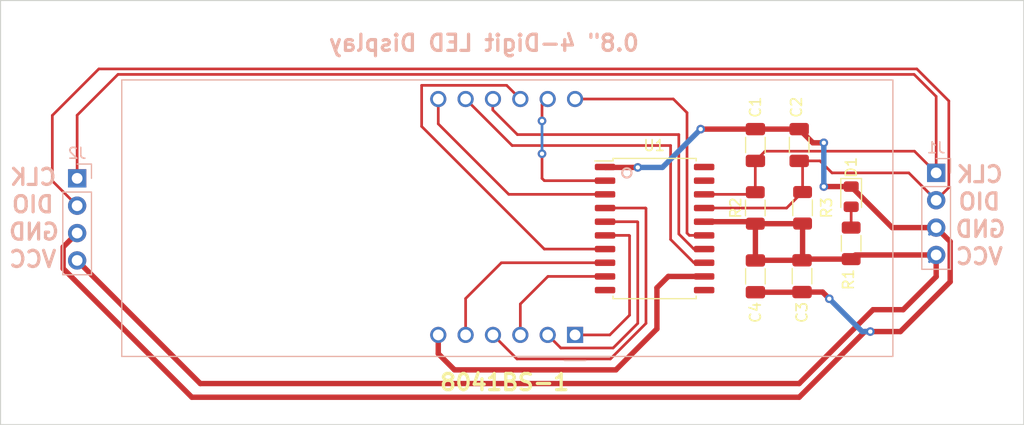
<source format=kicad_pcb>
(kicad_pcb (version 20221018) (generator pcbnew)
  (layers (0 "F.Cu" signal) (31 "B.Cu" signal) (34 "B.Paste" user) (35 "F.Paste" user) (36 "B.SilkS" user "B.Silkscreen") (37 "F.SilkS" user "F.Silkscreen") (38 "B.Mask" user) (39 "F.Mask" user) (44 "Edge.Cuts" user))
  (net 0 "")
  (net 1 "Net-(J1-Pin_1)")
  (net 2 "GNDREF")
  (net 3 "Net-(J1-Pin_2)")
  (net 4 "VCC")
  (net 5 "Net-(D1-A)")
  (net 6 "Net-(U1-SEG1{slash}KS1)")
  (net 7 "Net-(U1-SEG2{slash}KS2)")
  (net 8 "Net-(U1-SEG3{slash}KS3)")
  (net 9 "Net-(U1-SEG4{slash}KS4)")
  (net 10 "Net-(U1-SEG5{slash}KS5)")
  (net 11 "Net-(U1-SEG6{slash}KS6)")
  (net 12 "Net-(U1-SEG7{slash}KS7)")
  (net 13 "Net-(U1-SEG8{slash}KS8)")
  (net 16 "Net-(U1-GRID4)")
  (net 17 "Net-(U1-GRID3)")
  (net 18 "Net-(U1-GRID2)")
  (net 19 "Net-(U1-GRID1)")
  (footprint "Capacitor_SMD:C_1206_3216Metric" (layer "F.Cu") (at 196.8605 76.391 -90)
    (fp_text reference "C3" (at 3.365 0.0105 90) (layer "F.SilkS"))
    (fp_text value "1u")
    (fp_line (start -0.711252 -0.91) (end 0.711252 -0.91) (stroke (width 0.12)) (layer "F.SilkS"))
    (fp_line (start -0.711252 0.91) (end 0.711252 0.91) (stroke (width 0.12)) (layer "F.SilkS"))
    (pad "1" smd roundrect (at -1.475 0 270) (size 1.15 1.8) (layers "F.Cu" "F.Paste" "F.Mask") (roundrect_rratio 0.217391) (net 4 "VCC"))
    (pad "2" smd roundrect (at 1.475 0 270) (size 1.15 1.8) (layers "F.Cu" "F.Paste" "F.Mask") (roundrect_rratio 0.217391) (net 2 "GNDREF"))
  )
  (footprint "Capacitor_SMD:C_1206_3216Metric" (layer "F.Cu") (at 196.596 64.213 90)
    (fp_text reference "C2" (at 3.507 -0.254 90) (layer "F.SilkS"))
    (fp_text value "100p")
    (fp_line (start -0.711252 -0.91) (end 0.711252 -0.91) (stroke (width 0.12)) (layer "F.SilkS"))
    (fp_line (start -0.711252 0.91) (end 0.711252 0.91) (stroke (width 0.12)) (layer "F.SilkS"))
    (pad "1" smd roundrect (at -1.475 0 90) (size 1.15 1.8) (layers "F.Cu" "F.Paste" "F.Mask") (roundrect_rratio 0.217391) (net 3 "Net-(J1-Pin_2)"))
    (pad "2" smd roundrect (at 1.475 0 90) (size 1.15 1.8) (layers "F.Cu" "F.Paste" "F.Mask") (roundrect_rratio 0.217391) (net 2 "GNDREF"))
  )
  (footprint "Resistor_SMD:R_1206_3216Metric" (layer "F.Cu") (at 192.5215 70.0565 90)
    (fp_text reference "R2" (at 0 -1.82 90) (layer "F.SilkS"))
    (fp_text value "10k")
    (fp_line (start -0.727064 -0.91) (end 0.727064 -0.91) (stroke (width 0.12)) (layer "F.SilkS"))
    (fp_line (start -0.727064 0.91) (end 0.727064 0.91) (stroke (width 0.12)) (layer "F.SilkS"))
    (pad "1" smd roundrect (at -1.4625 0 90) (size 1.125 1.75) (layers "F.Cu" "F.Paste" "F.Mask") (roundrect_rratio 0.222222) (net 4 "VCC"))
    (pad "2" smd roundrect (at 1.4625 0 90) (size 1.125 1.75) (layers "F.Cu" "F.Paste" "F.Mask") (roundrect_rratio 0.222222) (net 1 "Net-(J1-Pin_1)"))
  )
  (footprint "Capacitor_SMD:C_1206_3216Metric" (layer "F.Cu") (at 192.532 76.405 -90)
    (fp_text reference "C4" (at 3.351 0 90) (layer "F.SilkS"))
    (fp_text value "100u")
    (fp_line (start -0.711252 -0.91) (end 0.711252 -0.91) (stroke (width 0.12)) (layer "F.SilkS"))
    (fp_line (start -0.711252 0.91) (end 0.711252 0.91) (stroke (width 0.12)) (layer "F.SilkS"))
    (pad "1" smd roundrect (at -1.475 0 270) (size 1.15 1.8) (layers "F.Cu" "F.Paste" "F.Mask") (roundrect_rratio 0.217391) (net 4 "VCC"))
    (pad "2" smd roundrect (at 1.475 0 270) (size 1.15 1.8) (layers "F.Cu" "F.Paste" "F.Mask") (roundrect_rratio 0.217391) (net 2 "GNDREF"))
  )
  (footprint "LED_SMD:LED_0805_2012Metric" (layer "F.Cu") (at 201.422 69.0095 -90)
    (fp_text reference "D1" (at -2.7155 0 90) (layer "F.SilkS"))
    (fp_text value "LED" hide)
    (fp_line (start -1.685 -0.96) (end -1.685 0.96) (stroke (width 0.12)) (layer "F.SilkS"))
    (fp_line (start -1.685 0.96) (end 1 0.96) (stroke (width 0.12)) (layer "F.SilkS"))
    (fp_line (start 1 -0.96) (end -1.685 -0.96) (stroke (width 0.12)) (layer "F.SilkS"))
    (pad "1" smd roundrect (at -0.9375 0 270) (size 0.975 1.4) (layers "F.Cu" "F.Paste" "F.Mask") (net 2 "GNDREF"))
    (pad "2" smd roundrect (at 0.9375 0 270) (size 0.975 1.4) (layers "F.Cu" "F.Paste" "F.Mask") (net 5 "Net-(D1-A)"))
  )
  (footprint "Resistor_SMD:R_1206_3216Metric" (layer "F.Cu") (at 196.9115 70.0425 90)
    (fp_text reference "R3" (at 0 2.2245 90) (layer "F.SilkS"))
    (fp_text value "10k")
    (fp_line (start -0.727064 -0.91) (end 0.727064 -0.91) (stroke (width 0.12)) (layer "F.SilkS"))
    (fp_line (start -0.727064 0.91) (end 0.727064 0.91) (stroke (width 0.12)) (layer "F.SilkS"))
    (pad "1" smd roundrect (at -1.4625 0 90) (size 1.125 1.75) (layers "F.Cu" "F.Paste" "F.Mask") (roundrect_rratio 0.222222) (net 4 "VCC"))
    (pad "2" smd roundrect (at 1.4625 0 90) (size 1.125 1.75) (layers "F.Cu" "F.Paste" "F.Mask") (roundrect_rratio 0.222222) (net 3 "Net-(J1-Pin_2)"))
  )
  (footprint "Package_SO:SOP-20_7.5x12.8mm_P1.27mm" (layer "F.Cu") (at 183.171371 71.969161)
    (fp_text reference "U1" (at -0.037371 -7.707161) (layer "F.SilkS"))
    (fp_text value "TM1637" hide)
    (fp_line (start -3.86 -6.51) (end -3.86 -6.275) (stroke (width 0.12)) (layer "F.SilkS"))
    (fp_line (start -3.86 -6.275) (end -5.55 -6.275) (stroke (width 0.12)) (layer "F.SilkS"))
    (fp_line (start -3.86 6.51) (end -3.86 6.275) (stroke (width 0.12)) (layer "F.SilkS"))
    (fp_line (start 0 -6.51) (end -3.86 -6.51) (stroke (width 0.12)) (layer "F.SilkS"))
    (fp_line (start 0 -6.51) (end 3.86 -6.51) (stroke (width 0.12)) (layer "F.SilkS"))
    (fp_line (start 0 6.51) (end -3.86 6.51) (stroke (width 0.12)) (layer "F.SilkS"))
    (fp_line (start 0 6.51) (end 3.86 6.51) (stroke (width 0.12)) (layer "F.SilkS"))
    (fp_line (start 3.86 -6.51) (end 3.86 -6.275) (stroke (width 0.12)) (layer "F.SilkS"))
    (fp_line (start 3.86 6.51) (end 3.86 6.275) (stroke (width 0.12)) (layer "F.SilkS"))
    (pad "1" smd roundrect (at -4.6 -5.715) (size 1.9 0.6) (layers "F.Cu" "F.Paste" "F.Mask") (net 2 "GNDREF"))
    (pad "2" smd roundrect (at -4.6 -4.445) (size 1.9 0.6) (layers "F.Cu" "F.Paste" "F.Mask") (net 6 "Net-(U1-SEG1{slash}KS1)"))
    (pad "3" smd roundrect (at -4.6 -3.175) (size 1.9 0.6) (layers "F.Cu" "F.Paste" "F.Mask") (net 7 "Net-(U1-SEG2{slash}KS2)"))
    (pad "4" smd roundrect (at -4.6 -1.905) (size 1.9 0.6) (layers "F.Cu" "F.Paste" "F.Mask") (net 8 "Net-(U1-SEG3{slash}KS3)"))
    (pad "5" smd roundrect (at -4.6 -0.635) (size 1.9 0.6) (layers "F.Cu" "F.Paste" "F.Mask") (net 9 "Net-(U1-SEG4{slash}KS4)"))
    (pad "6" smd roundrect (at -4.6 0.635) (size 1.9 0.6) (layers "F.Cu" "F.Paste" "F.Mask") (net 10 "Net-(U1-SEG5{slash}KS5)"))
    (pad "7" smd roundrect (at -4.6 1.905) (size 1.9 0.6) (layers "F.Cu" "F.Paste" "F.Mask") (net 11 "Net-(U1-SEG6{slash}KS6)"))
    (pad "8" smd roundrect (at -4.6 3.175) (size 1.9 0.6) (layers "F.Cu" "F.Paste" "F.Mask") (net 12 "Net-(U1-SEG7{slash}KS7)"))
    (pad "9" smd roundrect (at -4.6 4.445) (size 1.9 0.6) (layers "F.Cu" "F.Paste" "F.Mask") (net 13 "Net-(U1-SEG8{slash}KS8)"))
    (pad "10" smd roundrect (at -4.6 5.715) (size 1.9 0.6) (layers "F.Cu" "F.Paste" "F.Mask"))
    (pad "11" smd roundrect (at 4.6 5.715) (size 1.9 0.6) (layers "F.Cu" "F.Paste" "F.Mask"))
    (pad "12" smd roundrect (at 4.6 4.445) (size 1.9 0.6) (layers "F.Cu" "F.Paste" "F.Mask") (net 16 "Net-(U1-GRID4)"))
    (pad "13" smd roundrect (at 4.6 3.175) (size 1.9 0.6) (layers "F.Cu" "F.Paste" "F.Mask") (net 17 "Net-(U1-GRID3)"))
    (pad "14" smd roundrect (at 4.6 1.905) (size 1.9 0.6) (layers "F.Cu" "F.Paste" "F.Mask") (net 18 "Net-(U1-GRID2)"))
    (pad "15" smd roundrect (at 4.6 0.635) (size 1.9 0.6) (layers "F.Cu" "F.Paste" "F.Mask") (net 19 "Net-(U1-GRID1)"))
    (pad "16" smd roundrect (at 4.6 -0.635) (size 1.9 0.6) (layers "F.Cu" "F.Paste" "F.Mask") (net 4 "VCC"))
    (pad "17" smd roundrect (at 4.6 -1.905) (size 1.9 0.6) (layers "F.Cu" "F.Paste" "F.Mask") (net 3 "Net-(J1-Pin_2)"))
    (pad "18" smd roundrect (at 4.6 -3.175) (size 1.9 0.6) (layers "F.Cu" "F.Paste" "F.Mask") (net 1 "Net-(J1-Pin_1)"))
    (pad "19" smd roundrect (at 4.6 -4.445) (size 1.9 0.6) (layers "F.Cu" "F.Paste" "F.Mask"))
    (pad "20" smd roundrect (at 4.6 -5.715) (size 1.9 0.6) (layers "F.Cu" "F.Paste" "F.Mask"))
  )
  (footprint "Resistor_SMD:R_1206_3216Metric" (layer "F.Cu") (at 201.422 73.3445 90)
    (fp_text reference "R1" (at -3.3635 -0.254 90) (layer "F.SilkS"))
    (fp_text value "1k")
    (fp_line (start -0.727064 -0.91) (end 0.727064 -0.91) (stroke (width 0.12)) (layer "F.SilkS"))
    (fp_line (start -0.727064 0.91) (end 0.727064 0.91) (stroke (width 0.12)) (layer "F.SilkS"))
    (pad "1" smd roundrect (at -1.4625 0 90) (size 1.125 1.75) (layers "F.Cu" "F.Paste" "F.Mask") (roundrect_rratio 0.222222) (net 4 "VCC"))
    (pad "2" smd roundrect (at 1.4625 0 90) (size 1.125 1.75) (layers "F.Cu" "F.Paste" "F.Mask") (roundrect_rratio 0.222222) (net 5 "Net-(D1-A)"))
  )
  (footprint "Capacitor_SMD:C_1206_3216Metric" (layer "F.Cu") (at 192.532 64.213 90)
    (fp_text reference "C1" (at 3.507 0 90) (layer "F.SilkS"))
    (fp_text value "100p")
    (fp_line (start -0.711252 -0.91) (end 0.711252 -0.91) (stroke (width 0.12)) (layer "F.SilkS"))
    (fp_line (start -0.711252 0.91) (end 0.711252 0.91) (stroke (width 0.12)) (layer "F.SilkS"))
    (pad "1" smd roundrect (at -1.475 0 90) (size 1.15 1.8) (layers "F.Cu" "F.Paste" "F.Mask") (roundrect_rratio 0.217391) (net 1 "Net-(J1-Pin_1)"))
    (pad "2" smd roundrect (at 1.475 0 90) (size 1.15 1.8) (layers "F.Cu" "F.Paste" "F.Mask") (roundrect_rratio 0.217391) (net 2 "GNDREF"))
  )
  (footprint "MountingHole:MountingHole_3.2mm_M3" (layer "B.Cu") (at 211.60081 85.852 180)
    (fp_text reference "H3" hide)
    (fp_text value "MountingHole" hide)
    (pad "" np_thru_hole circle (at 0 0 180) (size 3.2 3.2) (drill 3.2) (layers "*.Cu" "*.Mask"))
  )
  (footprint "MountingHole:MountingHole_3.2mm_M3" (layer "B.Cu") (at 211.60081 55.88 180)
    (fp_text reference "H1" hide)
    (fp_text value "MountingHole" hide)
    (pad "" np_thru_hole circle (at 0 0 180) (size 3.2 3.2) (drill 3.2) (layers "*.Cu" "*.Mask"))
  )
  (footprint "MountingHole:MountingHole_3.2mm_M3" (layer "B.Cu") (at 127.52681 55.88 180)
    (fp_text reference "H2" hide)
    (fp_text value "MountingHole" hide)
    (pad "" np_thru_hole circle (at 0 0 180) (size 3.2 3.2) (drill 3.2) (layers "*.Cu" "*.Mask"))
  )
  (footprint "my_library:8041AS" (layer "B.Cu") (at 175.78681 81.844 90)
    (fp_text reference "U2" hide)
    (fp_text value "CA56-12SRWA")
    (fp_line (start -2.38 1) (end -2.38 -1) (stroke (width 0.12)) (layer "B.SilkS"))
    (fp_line (start -2 -42.085) (end 23.67 -42.085) (stroke (width 0.12)) (layer "B.SilkS"))
    (fp_line (start -2 29.51) (end -2 -42.085) (stroke (width 0.12)) (layer "B.SilkS"))
    (fp_line (start -2 29.51) (end 23.67 29.51) (stroke (width 0.12)) (layer "B.SilkS"))
    (fp_line (start 23.67 -42.085) (end 23.67 29.51) (stroke (width 0.12)) (layer "B.SilkS"))
    (pad "1" thru_hole rect (at 0 0 90) (size 1.5 1.5) (drill 1) (layers "*.Cu" "*.Mask") (net 10 "Net-(U1-SEG5{slash}KS5)"))
    (pad "2" thru_hole circle (at 0 -2.54 90) (size 1.5 1.5) (drill 1) (layers "*.Cu" "*.Mask") (net 9 "Net-(U1-SEG4{slash}KS4)"))
    (pad "3" thru_hole circle (at 0 -5.08 90) (size 1.5 1.5) (drill 1) (layers "*.Cu" "*.Mask") (net 13 "Net-(U1-SEG8{slash}KS8)"))
    (pad "4" thru_hole circle (at 0 -7.62 90) (size 1.5 1.5) (drill 1) (layers "*.Cu" "*.Mask") (net 8 "Net-(U1-SEG3{slash}KS3)"))
    (pad "5" thru_hole circle (at 0 -10.16 90) (size 1.5 1.5) (drill 1) (layers "*.Cu" "*.Mask") (net 12 "Net-(U1-SEG7{slash}KS7)"))
    (pad "6" thru_hole circle (at 0 -12.7 90) (size 1.5 1.5) (drill 1) (layers "*.Cu" "*.Mask") (net 16 "Net-(U1-GRID4)"))
    (pad "7" thru_hole circle (at 21.9 -12.7 90) (size 1.5 1.5) (drill 1) (layers "*.Cu" "*.Mask") (net 7 "Net-(U1-SEG2{slash}KS2)"))
    (pad "8" thru_hole circle (at 21.9 -10.16 90) (size 1.5 1.5) (drill 1) (layers "*.Cu" "*.Mask") (net 17 "Net-(U1-GRID3)"))
    (pad "9" thru_hole circle (at 21.9 -7.62 90) (size 1.5 1.5) (drill 1) (layers "*.Cu" "*.Mask") (net 18 "Net-(U1-GRID2)"))
    (pad "10" thru_hole circle (at 21.9 -5.08 90) (size 1.5 1.5) (drill 1) (layers "*.Cu" "*.Mask") (net 11 "Net-(U1-SEG6{slash}KS6)"))
    (pad "11" thru_hole circle (at 21.9 -2.54 90) (size 1.5 1.5) (drill 1) (layers "*.Cu" "*.Mask") (net 6 "Net-(U1-SEG1{slash}KS1)"))
    (pad "12" thru_hole circle (at 21.9 0 90) (size 1.5 1.5) (drill 1) (layers "*.Cu" "*.Mask") (net 19 "Net-(U1-GRID1)"))
  )
  (footprint "Connector_PinHeader_2.54mm:PinHeader_1x04_P2.54mm_Vertical" (layer "B.Cu") (at 129.55881 67.31 180)
    (fp_text reference "J2" (at 0 2.33) (layer "B.SilkS") (effects (justify mirror)))
    (fp_text value "Conn_01x04" hide)
    (fp_line (start -1.33 -8.95) (end 1.33 -8.95) (stroke (width 0.12)) (layer "B.SilkS"))
    (fp_line (start -1.33 -1.27) (end -1.33 -8.95) (stroke (width 0.12)) (layer "B.SilkS"))
    (fp_line (start -1.33 -1.27) (end 1.33 -1.27) (stroke (width 0.12)) (layer "B.SilkS"))
    (fp_line (start -1.33 0) (end -1.33 1.33) (stroke (width 0.12)) (layer "B.SilkS"))
    (fp_line (start -1.33 1.33) (end 0 1.33) (stroke (width 0.12)) (layer "B.SilkS"))
    (fp_line (start 1.33 -1.27) (end 1.33 -8.95) (stroke (width 0.12)) (layer "B.SilkS"))
    (pad "1" thru_hole rect (at 0 0 180) (size 1.7 1.7) (drill 1) (layers "*.Cu" "*.Mask") (net 1 "Net-(J1-Pin_1)"))
    (pad "2" thru_hole oval (at 0 -2.54 180) (size 1.7 1.7) (drill 1) (layers "*.Cu" "*.Mask") (net 3 "Net-(J1-Pin_2)"))
    (pad "3" thru_hole oval (at 0 -5.08 180) (size 1.7 1.7) (drill 1) (layers "*.Cu" "*.Mask") (net 2 "GNDREF"))
    (pad "4" thru_hole oval (at 0 -7.62 180) (size 1.7 1.7) (drill 1) (layers "*.Cu" "*.Mask") (net 4 "VCC"))
  )
  (footprint "Connector_PinHeader_2.54mm:PinHeader_1x04_P2.54mm_Vertical" (layer "B.Cu") (at 209.31481 66.802 180)
    (fp_text reference "J1" (at 0 2.33) (layer "B.SilkS") (effects (justify mirror)))
    (fp_text value "Conn_01x04" hide)
    (fp_line (start -1.33 -8.95) (end 1.33 -8.95) (stroke (width 0.12)) (layer "B.SilkS"))
    (fp_line (start -1.33 -1.27) (end -1.33 -8.95) (stroke (width 0.12)) (layer "B.SilkS"))
    (fp_line (start -1.33 -1.27) (end 1.33 -1.27) (stroke (width 0.12)) (layer "B.SilkS"))
    (fp_line (start -1.33 0) (end -1.33 1.33) (stroke (width 0.12)) (layer "B.SilkS"))
    (fp_line (start -1.33 1.33) (end 0 1.33) (stroke (width 0.12)) (layer "B.SilkS"))
    (fp_line (start 1.33 -1.27) (end 1.33 -8.95) (stroke (width 0.12)) (layer "B.SilkS"))
    (pad "1" thru_hole rect (at 0 0 180) (size 1.7 1.7) (drill 1) (layers "*.Cu" "*.Mask") (net 1 "Net-(J1-Pin_1)"))
    (pad "2" thru_hole oval (at 0 -2.54 180) (size 1.7 1.7) (drill 1) (layers "*.Cu" "*.Mask") (net 3 "Net-(J1-Pin_2)"))
    (pad "3" thru_hole oval (at 0 -5.08 180) (size 1.7 1.7) (drill 1) (layers "*.Cu" "*.Mask") (net 2 "GNDREF"))
    (pad "4" thru_hole oval (at 0 -7.62 180) (size 1.7 1.7) (drill 1) (layers "*.Cu" "*.Mask") (net 4 "VCC"))
  )
  (footprint "MountingHole:MountingHole_3.2mm_M3" (layer "B.Cu") (at 127.52681 85.852 180)
    (fp_text reference "H4" hide)
    (fp_text value "MountingHole" hide)
    (pad "" np_thru_hole circle (at 0 0 180) (size 3.2 3.2) (drill 3.2) (layers "*.Cu" "*.Mask"))
  )
  (gr_circle (center 180.594 66.802) (end 181.027322 66.802) (stroke (width 0.2)) (fill none) (layer "B.SilkS"))
  (gr_line (start 122.44681 50.8) (end 217.44281 50.8) (stroke (width 0.1)) (layer "Edge.Cuts"))
  (gr_line (start 122.44681 90.17) (end 217.44281 90.17) (stroke (width 0.1)) (layer "Edge.Cuts"))
  (gr_line (start 217.44281 90.17) (end 217.44281 50.8) (stroke (width 0.1)) (layer "Edge.Cuts"))
  (gr_line (start 122.44681 90.17) (end 122.44681 50.8) (stroke (width 0.1)) (layer "Edge.Cuts"))
  (gr_text "CLK" (at 127.78081 68.072) (layer "B.SilkS") (effects (font (size 1.5 1.5) (thickness 0.3) bold) (justify left bottom mirror)))
  (gr_text "GND" (at 215.91881 72.898) (layer "B.SilkS") (effects (font (size 1.5 1.5) (thickness 0.3) bold) (justify left bottom mirror)))
  (gr_text "VCC" (at 127.78081 75.692) (layer "B.SilkS") (effects (font (size 1.5 1.5) (thickness 0.3) bold) (justify left bottom mirror)))
  (gr_text "CLK" (at 215.66481 67.818) (layer "B.SilkS") (effects (font (size 1.5 1.5) (thickness 0.3) bold) (justify left bottom mirror)))
  (gr_text "GND" (at 128.03481 73.152) (layer "B.SilkS") (effects (font (size 1.5 1.5) (thickness 0.3) bold) (justify left bottom mirror)))
  (gr_text "0.8{dblquote} 4-Digit LED Display" (at 181.88281 55.626) (layer "B.SilkS") (effects (font (size 1.5 1.5) (thickness 0.3) bold) (justify left bottom mirror)))
  (gr_text "DIO" (at 127.52681 70.612) (layer "B.SilkS") (effects (font (size 1.5 1.5) (thickness 0.3) bold) (justify left bottom mirror)))
  (gr_text "DIO" (at 215.41081 70.358) (layer "B.SilkS") (effects (font (size 1.5 1.5) (thickness 0.3) bold) (justify left bottom mirror)))
  (gr_text "VCC" (at 215.66481 75.438) (layer "B.SilkS") (effects (font (size 1.5 1.5) (thickness 0.3) bold) (justify left bottom mirror)))
  (gr_text "8041BS-1" (at 163.08681 87.122) (layer "F.SilkS") (effects (font (size 1.5 1.5) (thickness 0.3) bold) (justify left bottom)))
  (segment (start 207.264 57.658) (end 133.35 57.658) (width 0.25) (layer "F.Cu") (net 1))
  (segment (start 209.31481 59.70881) (end 207.264 57.658) (width 0.25) (layer "F.Cu") (net 1))
  (segment (start 207.30081 64.788) (end 193.432 64.788) (width 0.25) (layer "F.Cu") (net 1))
  (segment (start 129.55881 61.44919) (end 129.55881 67.31) (width 0.25) (layer "F.Cu") (net 1))
  (segment (start 192.532 65.688) (end 192.532 65.739118) (width 0.25) (layer "F.Cu") (net 1))
  (segment (start 133.35 57.658) (end 129.55881 61.44919) (width 0.25) (layer "F.Cu") (net 1))
  (segment (start 192.5215 65.6985) (end 192.532 65.688) (width 0.25) (layer "F.Cu") (net 1))
  (segment (start 192.321339 68.794161) (end 192.5215 68.594) (width 0.25) (layer "F.Cu") (net 1))
  (segment (start 209.31481 66.802) (end 209.31481 59.70881) (width 0.25) (layer "F.Cu") (net 1))
  (segment (start 209.31481 66.802) (end 207.30081 64.788) (width 0.25) (layer "F.Cu") (net 1))
  (segment (start 192.5215 68.594) (end 192.5215 65.6985) (width 0.25) (layer "F.Cu") (net 1))
  (segment (start 193.432 64.788) (end 192.532 65.688) (width 0.25) (layer "F.Cu") (net 1))
  (segment (start 187.771371 68.794161) (end 192.321339 68.794161) (width 0.25) (layer "F.Cu") (net 1))
  (segment (start 210.61481 76.91319) (end 205.994 81.534) (width 0.5) (layer "F.Cu") (net 2))
  (segment (start 181.61 66.294) (end 178.61121 66.294) (width 0.5) (layer "F.Cu") (net 2))
  (segment (start 198.882 64.008) (end 198.882 64.213) (width 0.5) (layer "F.Cu") (net 2))
  (segment (start 205.232 71.882) (end 201.422 68.072) (width 0.5) (layer "F.Cu") (net 2))
  (segment (start 209.31481 71.882) (end 210.61481 73.182) (width 0.5) (layer "F.Cu") (net 2))
  (segment (start 192.532 62.738) (end 196.596 62.738) (width 0.5) (layer "F.Cu") (net 2))
  (segment (start 201.592 68.072) (end 201.422 68.072) (width 0.25) (layer "F.Cu") (net 2))
  (segment (start 198.77 77.866) (end 199.39 78.486) (width 0.5) (layer "F.Cu") (net 2))
  (segment (start 192.532 77.88) (end 196.8465 77.88) (width 0.5) (layer "F.Cu") (net 2))
  (segment (start 192.518 77.866) (end 192.532 77.88) (width 0.25) (layer "F.Cu") (net 2))
  (segment (start 128.25881 75.68081) (end 128.25881 73.69) (width 0.5) (layer "F.Cu") (net 2))
  (segment (start 196.8465 77.88) (end 196.8605 77.866) (width 0.25) (layer "F.Cu") (net 2))
  (segment (start 196.596 87.63) (end 140.208 87.63) (width 0.5) (layer "F.Cu") (net 2))
  (segment (start 210.61481 73.182) (end 210.61481 76.91319) (width 0.5) (layer "F.Cu") (net 2))
  (segment (start 196.596 62.738) (end 197.866 64.008) (width 0.5) (layer "F.Cu") (net 2))
  (segment (start 209.31481 71.882) (end 205.232 71.882) (width 0.5) (layer "F.Cu") (net 2))
  (segment (start 178.61121 66.294) (end 178.571371 66.254161) (width 0.5) (layer "F.Cu") (net 2))
  (segment (start 128.25881 73.69) (end 129.55881 72.39) (width 0.5) (layer "F.Cu") (net 2))
  (segment (start 140.208 87.63) (end 128.25881 75.68081) (width 0.5) (layer "F.Cu") (net 2))
  (segment (start 202.692 81.534) (end 196.596 87.63) (width 0.5) (layer "F.Cu") (net 2))
  (segment (start 203.2 81.534) (end 202.692 81.534) (width 0.5) (layer "F.Cu") (net 2))
  (segment (start 192.786 78.134) (end 192.532 77.88) (width 0.4) (layer "F.Cu") (net 2))
  (segment (start 205.994 81.534) (end 203.2 81.534) (width 0.5) (layer "F.Cu") (net 2))
  (segment (start 196.8605 77.866) (end 198.77 77.866) (width 0.5) (layer "F.Cu") (net 2))
  (segment (start 192.532 62.738) (end 187.452 62.738) (width 0.5) (layer "F.Cu") (net 2))
  (segment (start 197.866 64.008) (end 198.882 64.008) (width 0.5) (layer "F.Cu") (net 2))
  (segment (start 198.882 68.072) (end 201.422 68.072) (width 0.5) (layer "F.Cu") (net 2))
  (via (at 198.882 64.008) (size 0.8) (drill 0.4) (layers "F.Cu" "B.Cu") (net 2))
  (via (at 199.39 78.486) (size 0.8) (drill 0.4) (layers "F.Cu" "B.Cu") (net 2))
  (via (at 198.882 68.072) (size 0.8) (drill 0.4) (layers "F.Cu" "B.Cu") (net 2))
  (via (at 203.2 81.534) (size 0.8) (drill 0.4) (layers "F.Cu" "B.Cu") (net 2))
  (via (at 181.61 66.294) (size 0.8) (drill 0.4) (layers "F.Cu" "B.Cu") (net 2))
  (via (at 187.452 62.738) (size 0.8) (drill 0.4) (layers "F.Cu" "B.Cu") (net 2))
  (segment (start 198.882 64.008) (end 198.882 68.072) (width 0.5) (layer "B.Cu") (net 2))
  (segment (start 187.452 62.738) (end 183.896 66.294) (width 0.5) (layer "B.Cu") (net 2))
  (segment (start 208.68981 72.507) (end 209.31481 71.882) (width 0.25) (layer "B.Cu") (net 2))
  (segment (start 202.438 81.534) (end 199.39 78.486) (width 0.5) (layer "B.Cu") (net 2))
  (segment (start 183.896 66.294) (end 181.61 66.294) (width 0.5) (layer "B.Cu") (net 2))
  (segment (start 203.2 81.534) (end 202.438 81.534) (width 0.5) (layer "B.Cu") (net 2))
  (segment (start 208.80681 72.39) (end 209.31481 71.882) (width 0.25) (layer "B.Cu") (net 2))
  (segment (start 209.31481 69.342) (end 210.48981 68.167) (width 0.25) (layer "F.Cu") (net 3))
  (segment (start 210.48981 60.12181) (end 207.518 57.15) (width 0.25) (layer "F.Cu") (net 3))
  (segment (start 207.518 57.15) (end 131.572 57.15) (width 0.25) (layer "F.Cu") (net 3))
  (segment (start 196.596 65.688) (end 198.53 65.688) (width 0.25) (layer "F.Cu") (net 3))
  (segment (start 131.572 57.15) (end 127.254 61.468) (width 0.25) (layer "F.Cu") (net 3))
  (segment (start 195.427339 70.064161) (end 196.9115 68.58) (width 0.25) (layer "F.Cu") (net 3))
  (segment (start 127.254 67.54519) (end 129.55881 69.85) (width 0.25) (layer "F.Cu") (net 3))
  (segment (start 187.771371 70.064161) (end 195.427339 70.064161) (width 0.25) (layer "F.Cu") (net 3))
  (segment (start 199.644 66.802) (end 206.77481 66.802) (width 0.25) (layer "F.Cu") (net 3))
  (segment (start 198.53 65.688) (end 199.644 66.802) (width 0.25) (layer "F.Cu") (net 3))
  (segment (start 196.9115 68.58) (end 196.9115 66.0035) (width 0.25) (layer "F.Cu") (net 3))
  (segment (start 127.254 61.468) (end 127.254 67.54519) (width 0.25) (layer "F.Cu") (net 3))
  (segment (start 206.77481 66.802) (end 209.31481 69.342) (width 0.25) (layer "F.Cu") (net 3))
  (segment (start 196.9115 66.0035) (end 196.596 65.688) (width 0.25) (layer "F.Cu") (net 3))
  (segment (start 210.48981 68.167) (end 210.48981 60.12181) (width 0.25) (layer "F.Cu") (net 3))
  (segment (start 208.66981 68.697) (end 209.31481 69.342) (width 0.25) (layer "B.Cu") (net 3))
  (segment (start 192.532 74.93) (end 193.439 74.93) (width 0.25) (layer "F.Cu") (net 4))
  (segment (start 140.98881 86.36) (end 129.55881 74.93) (width 0.5) (layer "F.Cu") (net 4))
  (segment (start 196.9115 74.865) (end 196.8605 74.916) (width 0.25) (layer "F.Cu") (net 4))
  (segment (start 196.9695 74.807) (end 196.8605 74.916) (width 0.25) (layer "F.Cu") (net 4))
  (segment (start 206.248 79.502) (end 203.454 79.502) (width 0.5) (layer "F.Cu") (net 4))
  (segment (start 201.422 74.807) (end 196.9695 74.807) (width 0.5) (layer "F.Cu") (net 4))
  (segment (start 203.454 79.502) (end 196.596 86.36) (width 0.5) (layer "F.Cu") (net 4))
  (segment (start 192.518 74.916) (end 192.532 74.93) (width 0.25) (layer "F.Cu") (net 4))
  (segment (start 192.532 71.5295) (end 192.5215 71.519) (width 0.25) (layer "F.Cu") (net 4))
  (segment (start 196.9115 71.505) (end 196.9115 74.865) (width 0.5) (layer "F.Cu") (net 4))
  (segment (start 192.336661 71.334161) (end 187.771371 71.334161) (width 0.5) (layer "F.Cu") (net 4))
  (segment (start 196.8605 74.916) (end 192.546 74.916) (width 0.5) (layer "F.Cu") (net 4))
  (segment (start 196.596 86.36) (end 140.98881 86.36) (width 0.5) (layer "F.Cu") (net 4))
  (segment (start 209.31481 74.422) (end 201.807 74.422) (width 0.5) (layer "F.Cu") (net 4))
  (segment (start 209.31481 74.422) (end 209.31481 76.43519) (width 0.5) (layer "F.Cu") (net 4))
  (segment (start 196.9255 71.519) (end 196.9115 71.505) (width 0.25) (layer "F.Cu") (net 4))
  (segment (start 196.8975 71.519) (end 196.9115 71.505) (width 0.25) (layer "F.Cu") (net 4))
  (segment (start 192.532 71.5295) (end 192.336661 71.334161) (width 0.25) (layer "F.Cu") (net 4))
  (segment (start 192.532 74.93) (end 192.532 71.5295) (width 0.5) (layer "F.Cu") (net 4))
  (segment (start 209.31481 76.43519) (end 206.248 79.502) (width 0.5) (layer "F.Cu") (net 4))
  (segment (start 192.5215 71.519) (end 196.8975 71.519) (width 0.5) (layer "F.Cu") (net 4))
  (segment (start 201.807 74.422) (end 201.422 74.807) (width 0.25) (layer "F.Cu") (net 4))
  (segment (start 192.546 74.916) (end 192.532 74.93) (width 0.25) (layer "F.Cu") (net 4))
  (segment (start 208.68981 75.047) (end 209.31481 74.422) (width 0.25) (layer "B.Cu") (net 4))
  (segment (start 201.422 69.947) (end 201.422 71.882) (width 0.25) (layer "F.Cu") (net 5))
  (segment (start 172.72 67.31) (end 172.72 65.024) (width 0.25) (layer "F.Cu") (net 6))
  (segment (start 172.72 60.47081) (end 173.24681 59.944) (width 0.25) (layer "F.Cu") (net 6))
  (segment (start 172.934161 67.524161) (end 172.72 67.31) (width 0.25) (layer "F.Cu") (net 6))
  (segment (start 178.571371 67.524161) (end 172.934161 67.524161) (width 0.25) (layer "F.Cu") (net 6))
  (segment (start 172.72 61.976) (end 172.72 60.47081) (width 0.25) (layer "F.Cu") (net 6))
  (via (at 172.72 65.024) (size 0.8) (drill 0.4) (layers "F.Cu" "B.Cu") (net 6))
  (via (at 172.72 61.976) (size 0.8) (drill 0.4) (layers "F.Cu" "B.Cu") (net 6))
  (segment (start 172.72 62.23) (end 172.72 61.976) (width 0.25) (layer "B.Cu") (net 6))
  (segment (start 172.974 61.976) (end 172.974 61.976) (width 0.25) (layer "B.Cu") (net 6))
  (segment (start 172.72 61.976) (end 172.974 61.976) (width 0.25) (layer "B.Cu") (net 6))
  (segment (start 172.72 62.23) (end 172.72 62.23) (width 0.25) (layer "B.Cu") (net 6))
  (segment (start 172.72 65.024) (end 172.72 62.23) (width 0.25) (layer "B.Cu") (net 6))
  (segment (start 163.08681 62.24881) (end 169.632161 68.794161) (width 0.25) (layer "F.Cu") (net 7))
  (segment (start 169.632161 68.794161) (end 178.571371 68.794161) (width 0.25) (layer "F.Cu") (net 7))
  (segment (start 163.08681 59.944) (end 163.08681 62.24881) (width 0.25) (layer "F.Cu") (net 7))
  (segment (start 182.332161 70.064161) (end 182.372 70.104) (width 0.25) (layer "F.Cu") (net 8))
  (segment (start 182.372 70.104) (end 182.372 80.772) (width 0.25) (layer "F.Cu") (net 8))
  (segment (start 179.07 84.074) (end 170.39681 84.074) (width 0.25) (layer "F.Cu") (net 8))
  (segment (start 170.39681 84.074) (end 168.16681 81.844) (width 0.25) (layer "F.Cu") (net 8))
  (segment (start 182.372 80.772) (end 179.07 84.074) (width 0.25) (layer "F.Cu") (net 8))
  (segment (start 178.571371 70.064161) (end 182.332161 70.064161) (width 0.25) (layer "F.Cu") (net 8))
  (segment (start 179.324 83.058) (end 174.46081 83.058) (width 0.25) (layer "F.Cu") (net 9))
  (segment (start 181.570161 71.334161) (end 181.61 71.374) (width 0.25) (layer "F.Cu") (net 9))
  (segment (start 181.61 71.374) (end 181.61 80.772) (width 0.25) (layer "F.Cu") (net 9))
  (segment (start 174.46081 83.058) (end 173.24681 81.844) (width 0.25) (layer "F.Cu") (net 9))
  (segment (start 181.61 80.772) (end 179.324 83.058) (width 0.25) (layer "F.Cu") (net 9))
  (segment (start 178.571371 71.334161) (end 181.570161 71.334161) (width 0.25) (layer "F.Cu") (net 9))
  (segment (start 180.848 80.01) (end 179.014 81.844) (width 0.25) (layer "F.Cu") (net 10))
  (segment (start 180.808161 72.604161) (end 180.848 72.644) (width 0.25) (layer "F.Cu") (net 10))
  (segment (start 179.014 81.844) (end 175.78681 81.844) (width 0.25) (layer "F.Cu") (net 10))
  (segment (start 180.848 72.644) (end 180.848 80.01) (width 0.25) (layer "F.Cu") (net 10))
  (segment (start 178.571371 72.604161) (end 180.808161 72.604161) (width 0.25) (layer "F.Cu") (net 10))
  (segment (start 161.544 58.674) (end 161.544 62.484) (width 0.25) (layer "F.Cu") (net 11))
  (segment (start 169.43681 58.674) (end 161.544 58.674) (width 0.25) (layer "F.Cu") (net 11))
  (segment (start 161.544 62.484) (end 172.934161 73.874161) (width 0.25) (layer "F.Cu") (net 11))
  (segment (start 170.70681 59.944) (end 169.43681 58.674) (width 0.25) (layer "F.Cu") (net 11))
  (segment (start 172.934161 73.874161) (end 178.571371 73.874161) (width 0.25) (layer "F.Cu") (net 11))
  (segment (start 168.949839 75.144161) (end 165.62681 78.46719) (width 0.25) (layer "F.Cu") (net 12))
  (segment (start 165.62681 78.46719) (end 165.62681 81.844) (width 0.25) (layer "F.Cu") (net 12))
  (segment (start 178.571371 75.144161) (end 168.949839 75.144161) (width 0.25) (layer "F.Cu") (net 12))
  (segment (start 178.571371 76.414161) (end 173.267839 76.414161) (width 0.25) (layer "F.Cu") (net 13))
  (segment (start 173.267839 76.414161) (end 170.70681 78.97519) (width 0.25) (layer "F.Cu") (net 13))
  (segment (start 170.70681 78.97519) (end 170.70681 81.844) (width 0.25) (layer "F.Cu") (net 13))
  (segment (start 164.592 85.09) (end 179.578 85.09) (width 0.5) (layer "F.Cu") (net 16))
  (segment (start 184.443839 76.414161) (end 187.771371 76.414161) (width 0.5) (layer "F.Cu") (net 16))
  (segment (start 163.08681 81.844) (end 163.08681 83.58481) (width 0.5) (layer "F.Cu") (net 16))
  (segment (start 163.08681 83.58481) (end 164.592 85.09) (width 0.5) (layer "F.Cu") (net 16))
  (segment (start 179.578 85.09) (end 183.388 81.28) (width 0.5) (layer "F.Cu") (net 16))
  (segment (start 183.388 77.47) (end 184.443839 76.414161) (width 0.5) (layer "F.Cu") (net 16))
  (segment (start 183.388 81.28) (end 183.388 77.47) (width 0.5) (layer "F.Cu") (net 16))
  (segment (start 169.94481 64.262) (end 184.658 64.262) (width 0.25) (layer "F.Cu") (net 17))
  (segment (start 184.658 64.262) (end 184.658 72.980789) (width 0.25) (layer "F.Cu") (net 17))
  (segment (start 165.62681 59.944) (end 169.94481 64.262) (width 0.25) (layer "F.Cu") (net 17))
  (segment (start 186.821372 75.144161) (end 187.771371 75.144161) (width 0.25) (layer "F.Cu") (net 17))
  (segment (start 184.658 72.980789) (end 186.821372 75.144161) (width 0.25) (layer "F.Cu") (net 17))
  (segment (start 170.434 63.246) (end 185.42 63.246) (width 0.25) (layer "F.Cu") (net 18))
  (segment (start 186.821372 73.874161) (end 187.771371 73.874161) (width 0.25) (layer "F.Cu") (net 18))
  (segment (start 168.148 60.96) (end 170.434 63.246) (width 0.25) (layer "F.Cu") (net 18))
  (segment (start 185.42 72.472789) (end 186.821372 73.874161) (width 0.25) (layer "F.Cu") (net 18))
  (segment (start 168.148 59.96281) (end 168.148 60.96) (width 0.25) (layer "F.Cu") (net 18))
  (segment (start 168.16681 59.944) (end 168.148 59.96281) (width 0.25) (layer "F.Cu") (net 18))
  (segment (start 185.42 63.246) (end 185.42 72.472789) (width 0.25) (layer "F.Cu") (net 18))
  (segment (start 184.912 59.944) (end 175.78681 59.944) (width 0.25) (layer "F.Cu") (net 19))
  (segment (start 187.771371 72.604161) (end 186.396161 72.604161) (width 0.25) (layer "F.Cu") (net 19))
  (segment (start 186.182 61.214) (end 184.912 59.944) (width 0.25) (layer "F.Cu") (net 19))
  (segment (start 186.396161 72.604161) (end 186.182 72.39) (width 0.25) (layer "F.Cu") (net 19))
  (segment (start 186.182 72.39) (end 186.182 61.214) (width 0.25) (layer "F.Cu") (net 19))
)
</source>
